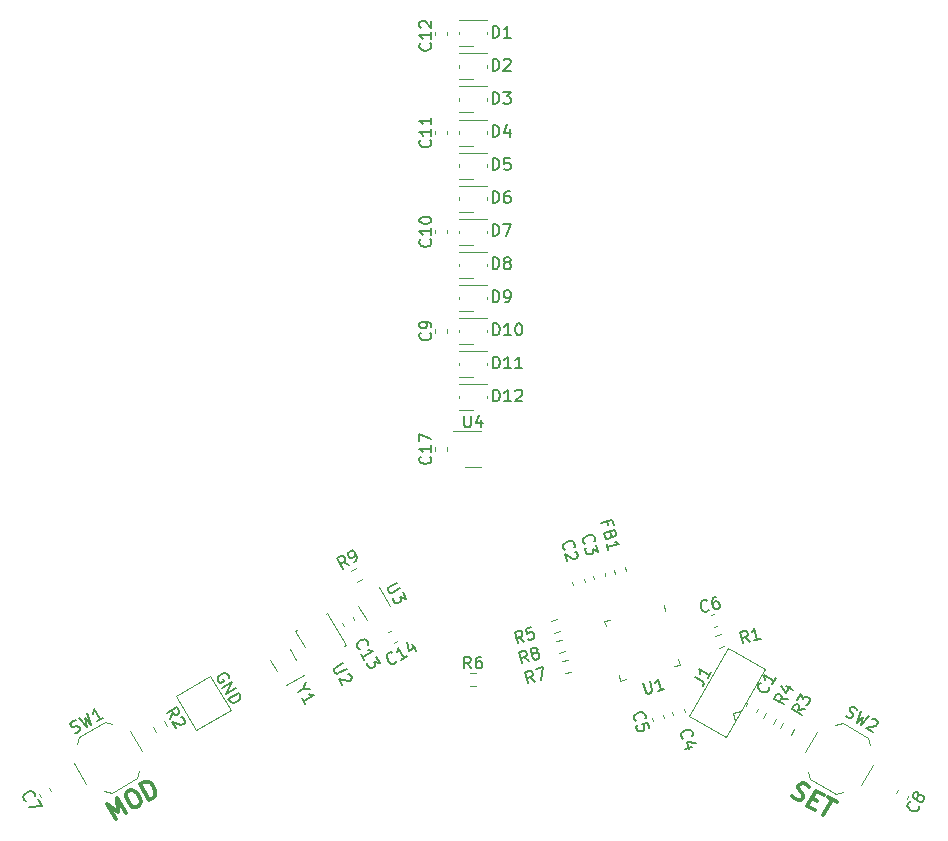
<source format=gbr>
%TF.GenerationSoftware,KiCad,Pcbnew,(7.0.0)*%
%TF.CreationDate,2023-05-06T08:33:59+03:00*%
%TF.ProjectId,LEDSpinner,4c454453-7069-46e6-9e65-722e6b696361,1.0*%
%TF.SameCoordinates,Original*%
%TF.FileFunction,Legend,Top*%
%TF.FilePolarity,Positive*%
%FSLAX46Y46*%
G04 Gerber Fmt 4.6, Leading zero omitted, Abs format (unit mm)*
G04 Created by KiCad (PCBNEW (7.0.0)) date 2023-05-06 08:33:59*
%MOMM*%
%LPD*%
G01*
G04 APERTURE LIST*
%ADD10C,0.300000*%
%ADD11C,0.150000*%
%ADD12C,0.120000*%
G04 APERTURE END LIST*
D10*
X127046364Y-121098302D02*
X127196226Y-121267304D01*
X127196226Y-121267304D02*
X127505521Y-121445875D01*
X127505521Y-121445875D02*
X127664953Y-121455445D01*
X127664953Y-121455445D02*
X127762527Y-121429300D01*
X127762527Y-121429300D02*
X127895814Y-121341297D01*
X127895814Y-121341297D02*
X127967243Y-121217579D01*
X127967243Y-121217579D02*
X127976812Y-121058147D01*
X127976812Y-121058147D02*
X127950668Y-120960573D01*
X127950668Y-120960573D02*
X127862664Y-120827286D01*
X127862664Y-120827286D02*
X127650943Y-120622570D01*
X127650943Y-120622570D02*
X127562939Y-120489282D01*
X127562939Y-120489282D02*
X127536794Y-120391709D01*
X127536794Y-120391709D02*
X127546364Y-120232277D01*
X127546364Y-120232277D02*
X127617792Y-120108559D01*
X127617792Y-120108559D02*
X127751080Y-120020555D01*
X127751080Y-120020555D02*
X127848653Y-119994411D01*
X127848653Y-119994411D02*
X128008085Y-120003980D01*
X128008085Y-120003980D02*
X128317380Y-120182552D01*
X128317380Y-120182552D02*
X128467243Y-120351553D01*
X128702544Y-121229712D02*
X129135557Y-121479712D01*
X128928277Y-122267304D02*
X128309687Y-121910161D01*
X128309687Y-121910161D02*
X129059687Y-120611123D01*
X129059687Y-120611123D02*
X129678277Y-120968266D01*
X130049431Y-121182552D02*
X130791738Y-121611123D01*
X129670585Y-122695875D02*
X130420585Y-121396837D01*
X69746080Y-123038733D02*
X68996080Y-121739695D01*
X68996080Y-121739695D02*
X69964807Y-122417579D01*
X69964807Y-122417579D02*
X69862105Y-121239695D01*
X69862105Y-121239695D02*
X70612105Y-122538733D01*
X70728131Y-120739694D02*
X70975567Y-120596837D01*
X70975567Y-120596837D02*
X71134999Y-120587268D01*
X71134999Y-120587268D02*
X71330146Y-120639557D01*
X71330146Y-120639557D02*
X71534862Y-120851279D01*
X71534862Y-120851279D02*
X71784862Y-121284291D01*
X71784862Y-121284291D02*
X71865860Y-121567441D01*
X71865860Y-121567441D02*
X71813571Y-121762588D01*
X71813571Y-121762588D02*
X71725567Y-121895875D01*
X71725567Y-121895875D02*
X71478131Y-122038732D01*
X71478131Y-122038732D02*
X71318699Y-122048302D01*
X71318699Y-122048302D02*
X71123552Y-121996013D01*
X71123552Y-121996013D02*
X70918836Y-121784291D01*
X70918836Y-121784291D02*
X70668836Y-121351279D01*
X70668836Y-121351279D02*
X70587838Y-121068128D01*
X70587838Y-121068128D02*
X70640127Y-120872982D01*
X70640127Y-120872982D02*
X70728131Y-120739694D01*
X72591593Y-121395875D02*
X71841593Y-120096837D01*
X71841593Y-120096837D02*
X72150887Y-119918266D01*
X72150887Y-119918266D02*
X72372179Y-119872982D01*
X72372179Y-119872982D02*
X72567325Y-119925271D01*
X72567325Y-119925271D02*
X72700613Y-120013275D01*
X72700613Y-120013275D02*
X72905329Y-120224996D01*
X72905329Y-120224996D02*
X73012472Y-120410573D01*
X73012472Y-120410573D02*
X73093470Y-120693723D01*
X73093470Y-120693723D02*
X73103039Y-120853155D01*
X73103039Y-120853155D02*
X73050750Y-121048302D01*
X73050750Y-121048302D02*
X72900887Y-121217304D01*
X72900887Y-121217304D02*
X72591593Y-121395875D01*
D11*
%TO.C,D6*%
X101661905Y-70867380D02*
X101661905Y-69867380D01*
X101661905Y-69867380D02*
X101900000Y-69867380D01*
X101900000Y-69867380D02*
X102042857Y-69915000D01*
X102042857Y-69915000D02*
X102138095Y-70010238D01*
X102138095Y-70010238D02*
X102185714Y-70105476D01*
X102185714Y-70105476D02*
X102233333Y-70295952D01*
X102233333Y-70295952D02*
X102233333Y-70438809D01*
X102233333Y-70438809D02*
X102185714Y-70629285D01*
X102185714Y-70629285D02*
X102138095Y-70724523D01*
X102138095Y-70724523D02*
X102042857Y-70819761D01*
X102042857Y-70819761D02*
X101900000Y-70867380D01*
X101900000Y-70867380D02*
X101661905Y-70867380D01*
X103090476Y-69867380D02*
X102900000Y-69867380D01*
X102900000Y-69867380D02*
X102804762Y-69915000D01*
X102804762Y-69915000D02*
X102757143Y-69962619D01*
X102757143Y-69962619D02*
X102661905Y-70105476D01*
X102661905Y-70105476D02*
X102614286Y-70295952D01*
X102614286Y-70295952D02*
X102614286Y-70676904D01*
X102614286Y-70676904D02*
X102661905Y-70772142D01*
X102661905Y-70772142D02*
X102709524Y-70819761D01*
X102709524Y-70819761D02*
X102804762Y-70867380D01*
X102804762Y-70867380D02*
X102995238Y-70867380D01*
X102995238Y-70867380D02*
X103090476Y-70819761D01*
X103090476Y-70819761D02*
X103138095Y-70772142D01*
X103138095Y-70772142D02*
X103185714Y-70676904D01*
X103185714Y-70676904D02*
X103185714Y-70438809D01*
X103185714Y-70438809D02*
X103138095Y-70343571D01*
X103138095Y-70343571D02*
X103090476Y-70295952D01*
X103090476Y-70295952D02*
X102995238Y-70248333D01*
X102995238Y-70248333D02*
X102804762Y-70248333D01*
X102804762Y-70248333D02*
X102709524Y-70295952D01*
X102709524Y-70295952D02*
X102661905Y-70343571D01*
X102661905Y-70343571D02*
X102614286Y-70438809D01*
%TO.C,R6*%
X99833333Y-110267380D02*
X99500000Y-109791190D01*
X99261905Y-110267380D02*
X99261905Y-109267380D01*
X99261905Y-109267380D02*
X99642857Y-109267380D01*
X99642857Y-109267380D02*
X99738095Y-109315000D01*
X99738095Y-109315000D02*
X99785714Y-109362619D01*
X99785714Y-109362619D02*
X99833333Y-109457857D01*
X99833333Y-109457857D02*
X99833333Y-109600714D01*
X99833333Y-109600714D02*
X99785714Y-109695952D01*
X99785714Y-109695952D02*
X99738095Y-109743571D01*
X99738095Y-109743571D02*
X99642857Y-109791190D01*
X99642857Y-109791190D02*
X99261905Y-109791190D01*
X100690476Y-109267380D02*
X100500000Y-109267380D01*
X100500000Y-109267380D02*
X100404762Y-109315000D01*
X100404762Y-109315000D02*
X100357143Y-109362619D01*
X100357143Y-109362619D02*
X100261905Y-109505476D01*
X100261905Y-109505476D02*
X100214286Y-109695952D01*
X100214286Y-109695952D02*
X100214286Y-110076904D01*
X100214286Y-110076904D02*
X100261905Y-110172142D01*
X100261905Y-110172142D02*
X100309524Y-110219761D01*
X100309524Y-110219761D02*
X100404762Y-110267380D01*
X100404762Y-110267380D02*
X100595238Y-110267380D01*
X100595238Y-110267380D02*
X100690476Y-110219761D01*
X100690476Y-110219761D02*
X100738095Y-110172142D01*
X100738095Y-110172142D02*
X100785714Y-110076904D01*
X100785714Y-110076904D02*
X100785714Y-109838809D01*
X100785714Y-109838809D02*
X100738095Y-109743571D01*
X100738095Y-109743571D02*
X100690476Y-109695952D01*
X100690476Y-109695952D02*
X100595238Y-109648333D01*
X100595238Y-109648333D02*
X100404762Y-109648333D01*
X100404762Y-109648333D02*
X100309524Y-109695952D01*
X100309524Y-109695952D02*
X100261905Y-109743571D01*
X100261905Y-109743571D02*
X100214286Y-109838809D01*
%TO.C,SW2*%
X131560418Y-114262660D02*
X131660327Y-114375328D01*
X131660327Y-114375328D02*
X131866523Y-114494376D01*
X131866523Y-114494376D02*
X131972812Y-114500755D01*
X131972812Y-114500755D02*
X132037860Y-114483325D01*
X132037860Y-114483325D02*
X132126719Y-114424656D01*
X132126719Y-114424656D02*
X132174338Y-114342178D01*
X132174338Y-114342178D02*
X132180717Y-114235890D01*
X132180717Y-114235890D02*
X132163288Y-114170841D01*
X132163288Y-114170841D02*
X132104619Y-114081982D01*
X132104619Y-114081982D02*
X131963471Y-113945505D01*
X131963471Y-113945505D02*
X131904802Y-113856647D01*
X131904802Y-113856647D02*
X131887372Y-113791598D01*
X131887372Y-113791598D02*
X131893752Y-113685310D01*
X131893752Y-113685310D02*
X131941371Y-113602831D01*
X131941371Y-113602831D02*
X132030229Y-113544162D01*
X132030229Y-113544162D02*
X132095278Y-113526732D01*
X132095278Y-113526732D02*
X132201566Y-113533112D01*
X132201566Y-113533112D02*
X132407763Y-113652160D01*
X132407763Y-113652160D02*
X132507671Y-113764828D01*
X132820156Y-113890255D02*
X132526352Y-114875328D01*
X132526352Y-114875328D02*
X133048452Y-114351976D01*
X133048452Y-114351976D02*
X132856267Y-115065804D01*
X132856267Y-115065804D02*
X133562463Y-114318826D01*
X133803519Y-114567972D02*
X133868568Y-114550542D01*
X133868568Y-114550542D02*
X133974856Y-114556922D01*
X133974856Y-114556922D02*
X134181053Y-114675969D01*
X134181053Y-114675969D02*
X134239722Y-114764827D01*
X134239722Y-114764827D02*
X134257152Y-114829876D01*
X134257152Y-114829876D02*
X134250772Y-114936164D01*
X134250772Y-114936164D02*
X134203153Y-115018643D01*
X134203153Y-115018643D02*
X134090485Y-115118551D01*
X134090485Y-115118551D02*
X133309899Y-115327709D01*
X133309899Y-115327709D02*
X133846010Y-115637233D01*
%TO.C,D9*%
X101661905Y-79267380D02*
X101661905Y-78267380D01*
X101661905Y-78267380D02*
X101900000Y-78267380D01*
X101900000Y-78267380D02*
X102042857Y-78315000D01*
X102042857Y-78315000D02*
X102138095Y-78410238D01*
X102138095Y-78410238D02*
X102185714Y-78505476D01*
X102185714Y-78505476D02*
X102233333Y-78695952D01*
X102233333Y-78695952D02*
X102233333Y-78838809D01*
X102233333Y-78838809D02*
X102185714Y-79029285D01*
X102185714Y-79029285D02*
X102138095Y-79124523D01*
X102138095Y-79124523D02*
X102042857Y-79219761D01*
X102042857Y-79219761D02*
X101900000Y-79267380D01*
X101900000Y-79267380D02*
X101661905Y-79267380D01*
X102709524Y-79267380D02*
X102900000Y-79267380D01*
X102900000Y-79267380D02*
X102995238Y-79219761D01*
X102995238Y-79219761D02*
X103042857Y-79172142D01*
X103042857Y-79172142D02*
X103138095Y-79029285D01*
X103138095Y-79029285D02*
X103185714Y-78838809D01*
X103185714Y-78838809D02*
X103185714Y-78457857D01*
X103185714Y-78457857D02*
X103138095Y-78362619D01*
X103138095Y-78362619D02*
X103090476Y-78315000D01*
X103090476Y-78315000D02*
X102995238Y-78267380D01*
X102995238Y-78267380D02*
X102804762Y-78267380D01*
X102804762Y-78267380D02*
X102709524Y-78315000D01*
X102709524Y-78315000D02*
X102661905Y-78362619D01*
X102661905Y-78362619D02*
X102614286Y-78457857D01*
X102614286Y-78457857D02*
X102614286Y-78695952D01*
X102614286Y-78695952D02*
X102661905Y-78791190D01*
X102661905Y-78791190D02*
X102709524Y-78838809D01*
X102709524Y-78838809D02*
X102804762Y-78886428D01*
X102804762Y-78886428D02*
X102995238Y-78886428D01*
X102995238Y-78886428D02*
X103090476Y-78838809D01*
X103090476Y-78838809D02*
X103138095Y-78791190D01*
X103138095Y-78791190D02*
X103185714Y-78695952D01*
%TO.C,GND*%
X79352401Y-111048671D02*
X79346021Y-110942383D01*
X79346021Y-110942383D02*
X79274593Y-110818665D01*
X79274593Y-110818665D02*
X79161925Y-110718757D01*
X79161925Y-110718757D02*
X79031827Y-110683897D01*
X79031827Y-110683897D02*
X78925539Y-110690277D01*
X78925539Y-110690277D02*
X78736773Y-110744276D01*
X78736773Y-110744276D02*
X78613055Y-110815704D01*
X78613055Y-110815704D02*
X78471907Y-110952182D01*
X78471907Y-110952182D02*
X78413238Y-111041040D01*
X78413238Y-111041040D02*
X78378378Y-111171138D01*
X78378378Y-111171138D02*
X78408568Y-111318665D01*
X78408568Y-111318665D02*
X78456187Y-111401144D01*
X78456187Y-111401144D02*
X78568854Y-111501052D01*
X78568854Y-111501052D02*
X78633903Y-111518482D01*
X78633903Y-111518482D02*
X78922578Y-111351815D01*
X78922578Y-111351815D02*
X78827340Y-111186858D01*
X78765710Y-111937255D02*
X79631736Y-111437255D01*
X79631736Y-111437255D02*
X79051425Y-112432126D01*
X79051425Y-112432126D02*
X79917450Y-111932126D01*
X79289520Y-112844519D02*
X80155545Y-112344519D01*
X80155545Y-112344519D02*
X80274593Y-112550716D01*
X80274593Y-112550716D02*
X80304782Y-112698243D01*
X80304782Y-112698243D02*
X80269923Y-112828341D01*
X80269923Y-112828341D02*
X80211254Y-112917199D01*
X80211254Y-112917199D02*
X80070106Y-113053677D01*
X80070106Y-113053677D02*
X79946388Y-113125105D01*
X79946388Y-113125105D02*
X79757621Y-113179104D01*
X79757621Y-113179104D02*
X79651333Y-113185484D01*
X79651333Y-113185484D02*
X79521235Y-113150624D01*
X79521235Y-113150624D02*
X79408568Y-113050716D01*
X79408568Y-113050716D02*
X79289520Y-112844519D01*
%TO.C,C7*%
X62192568Y-121506734D02*
X62127519Y-121489304D01*
X62127519Y-121489304D02*
X62014851Y-121389396D01*
X62014851Y-121389396D02*
X61967232Y-121306917D01*
X61967232Y-121306917D02*
X61937043Y-121159390D01*
X61937043Y-121159390D02*
X61971902Y-121029292D01*
X61971902Y-121029292D02*
X62030571Y-120940434D01*
X62030571Y-120940434D02*
X62171719Y-120803956D01*
X62171719Y-120803956D02*
X62295437Y-120732528D01*
X62295437Y-120732528D02*
X62484204Y-120678529D01*
X62484204Y-120678529D02*
X62590492Y-120672149D01*
X62590492Y-120672149D02*
X62720590Y-120707009D01*
X62720590Y-120707009D02*
X62833257Y-120806917D01*
X62833257Y-120806917D02*
X62880876Y-120889396D01*
X62880876Y-120889396D02*
X62911066Y-121036923D01*
X62911066Y-121036923D02*
X62893636Y-121101972D01*
X63142781Y-121343028D02*
X63476115Y-121920378D01*
X63476115Y-121920378D02*
X62395803Y-122049224D01*
%TO.C,D3*%
X101661905Y-62467380D02*
X101661905Y-61467380D01*
X101661905Y-61467380D02*
X101900000Y-61467380D01*
X101900000Y-61467380D02*
X102042857Y-61515000D01*
X102042857Y-61515000D02*
X102138095Y-61610238D01*
X102138095Y-61610238D02*
X102185714Y-61705476D01*
X102185714Y-61705476D02*
X102233333Y-61895952D01*
X102233333Y-61895952D02*
X102233333Y-62038809D01*
X102233333Y-62038809D02*
X102185714Y-62229285D01*
X102185714Y-62229285D02*
X102138095Y-62324523D01*
X102138095Y-62324523D02*
X102042857Y-62419761D01*
X102042857Y-62419761D02*
X101900000Y-62467380D01*
X101900000Y-62467380D02*
X101661905Y-62467380D01*
X102566667Y-61467380D02*
X103185714Y-61467380D01*
X103185714Y-61467380D02*
X102852381Y-61848333D01*
X102852381Y-61848333D02*
X102995238Y-61848333D01*
X102995238Y-61848333D02*
X103090476Y-61895952D01*
X103090476Y-61895952D02*
X103138095Y-61943571D01*
X103138095Y-61943571D02*
X103185714Y-62038809D01*
X103185714Y-62038809D02*
X103185714Y-62276904D01*
X103185714Y-62276904D02*
X103138095Y-62372142D01*
X103138095Y-62372142D02*
X103090476Y-62419761D01*
X103090476Y-62419761D02*
X102995238Y-62467380D01*
X102995238Y-62467380D02*
X102709524Y-62467380D01*
X102709524Y-62467380D02*
X102614286Y-62419761D01*
X102614286Y-62419761D02*
X102566667Y-62372142D01*
%TO.C,R2*%
X74336921Y-114524353D02*
X74582648Y-113997582D01*
X74051207Y-114029481D02*
X74917232Y-113529481D01*
X74917232Y-113529481D02*
X75107708Y-113859396D01*
X75107708Y-113859396D02*
X75114088Y-113965684D01*
X75114088Y-113965684D02*
X75096658Y-114030733D01*
X75096658Y-114030733D02*
X75037989Y-114119591D01*
X75037989Y-114119591D02*
X74914271Y-114191019D01*
X74914271Y-114191019D02*
X74807983Y-114197399D01*
X74807983Y-114197399D02*
X74742934Y-114179969D01*
X74742934Y-114179969D02*
X74654076Y-114121300D01*
X74654076Y-114121300D02*
X74463600Y-113791386D01*
X75310944Y-114401886D02*
X75375993Y-114419316D01*
X75375993Y-114419316D02*
X75464851Y-114477985D01*
X75464851Y-114477985D02*
X75583899Y-114684182D01*
X75583899Y-114684182D02*
X75590279Y-114790470D01*
X75590279Y-114790470D02*
X75572849Y-114855519D01*
X75572849Y-114855519D02*
X75514180Y-114944377D01*
X75514180Y-114944377D02*
X75431701Y-114991996D01*
X75431701Y-114991996D02*
X75284174Y-115022185D01*
X75284174Y-115022185D02*
X74503588Y-114813028D01*
X74503588Y-114813028D02*
X74813112Y-115349139D01*
%TO.C,D7*%
X101661905Y-73667380D02*
X101661905Y-72667380D01*
X101661905Y-72667380D02*
X101900000Y-72667380D01*
X101900000Y-72667380D02*
X102042857Y-72715000D01*
X102042857Y-72715000D02*
X102138095Y-72810238D01*
X102138095Y-72810238D02*
X102185714Y-72905476D01*
X102185714Y-72905476D02*
X102233333Y-73095952D01*
X102233333Y-73095952D02*
X102233333Y-73238809D01*
X102233333Y-73238809D02*
X102185714Y-73429285D01*
X102185714Y-73429285D02*
X102138095Y-73524523D01*
X102138095Y-73524523D02*
X102042857Y-73619761D01*
X102042857Y-73619761D02*
X101900000Y-73667380D01*
X101900000Y-73667380D02*
X101661905Y-73667380D01*
X102566667Y-72667380D02*
X103233333Y-72667380D01*
X103233333Y-72667380D02*
X102804762Y-73667380D01*
%TO.C,D5*%
X101661905Y-68067380D02*
X101661905Y-67067380D01*
X101661905Y-67067380D02*
X101900000Y-67067380D01*
X101900000Y-67067380D02*
X102042857Y-67115000D01*
X102042857Y-67115000D02*
X102138095Y-67210238D01*
X102138095Y-67210238D02*
X102185714Y-67305476D01*
X102185714Y-67305476D02*
X102233333Y-67495952D01*
X102233333Y-67495952D02*
X102233333Y-67638809D01*
X102233333Y-67638809D02*
X102185714Y-67829285D01*
X102185714Y-67829285D02*
X102138095Y-67924523D01*
X102138095Y-67924523D02*
X102042857Y-68019761D01*
X102042857Y-68019761D02*
X101900000Y-68067380D01*
X101900000Y-68067380D02*
X101661905Y-68067380D01*
X103138095Y-67067380D02*
X102661905Y-67067380D01*
X102661905Y-67067380D02*
X102614286Y-67543571D01*
X102614286Y-67543571D02*
X102661905Y-67495952D01*
X102661905Y-67495952D02*
X102757143Y-67448333D01*
X102757143Y-67448333D02*
X102995238Y-67448333D01*
X102995238Y-67448333D02*
X103090476Y-67495952D01*
X103090476Y-67495952D02*
X103138095Y-67543571D01*
X103138095Y-67543571D02*
X103185714Y-67638809D01*
X103185714Y-67638809D02*
X103185714Y-67876904D01*
X103185714Y-67876904D02*
X103138095Y-67972142D01*
X103138095Y-67972142D02*
X103090476Y-68019761D01*
X103090476Y-68019761D02*
X102995238Y-68067380D01*
X102995238Y-68067380D02*
X102757143Y-68067380D01*
X102757143Y-68067380D02*
X102661905Y-68019761D01*
X102661905Y-68019761D02*
X102614286Y-67972142D01*
%TO.C,D1*%
X101661905Y-56867380D02*
X101661905Y-55867380D01*
X101661905Y-55867380D02*
X101900000Y-55867380D01*
X101900000Y-55867380D02*
X102042857Y-55915000D01*
X102042857Y-55915000D02*
X102138095Y-56010238D01*
X102138095Y-56010238D02*
X102185714Y-56105476D01*
X102185714Y-56105476D02*
X102233333Y-56295952D01*
X102233333Y-56295952D02*
X102233333Y-56438809D01*
X102233333Y-56438809D02*
X102185714Y-56629285D01*
X102185714Y-56629285D02*
X102138095Y-56724523D01*
X102138095Y-56724523D02*
X102042857Y-56819761D01*
X102042857Y-56819761D02*
X101900000Y-56867380D01*
X101900000Y-56867380D02*
X101661905Y-56867380D01*
X103185714Y-56867380D02*
X102614286Y-56867380D01*
X102900000Y-56867380D02*
X102900000Y-55867380D01*
X102900000Y-55867380D02*
X102804762Y-56010238D01*
X102804762Y-56010238D02*
X102709524Y-56105476D01*
X102709524Y-56105476D02*
X102614286Y-56153095D01*
%TO.C,C12*%
X96372142Y-57342857D02*
X96419761Y-57390476D01*
X96419761Y-57390476D02*
X96467380Y-57533333D01*
X96467380Y-57533333D02*
X96467380Y-57628571D01*
X96467380Y-57628571D02*
X96419761Y-57771428D01*
X96419761Y-57771428D02*
X96324523Y-57866666D01*
X96324523Y-57866666D02*
X96229285Y-57914285D01*
X96229285Y-57914285D02*
X96038809Y-57961904D01*
X96038809Y-57961904D02*
X95895952Y-57961904D01*
X95895952Y-57961904D02*
X95705476Y-57914285D01*
X95705476Y-57914285D02*
X95610238Y-57866666D01*
X95610238Y-57866666D02*
X95515000Y-57771428D01*
X95515000Y-57771428D02*
X95467380Y-57628571D01*
X95467380Y-57628571D02*
X95467380Y-57533333D01*
X95467380Y-57533333D02*
X95515000Y-57390476D01*
X95515000Y-57390476D02*
X95562619Y-57342857D01*
X96467380Y-56390476D02*
X96467380Y-56961904D01*
X96467380Y-56676190D02*
X95467380Y-56676190D01*
X95467380Y-56676190D02*
X95610238Y-56771428D01*
X95610238Y-56771428D02*
X95705476Y-56866666D01*
X95705476Y-56866666D02*
X95753095Y-56961904D01*
X95562619Y-56009523D02*
X95515000Y-55961904D01*
X95515000Y-55961904D02*
X95467380Y-55866666D01*
X95467380Y-55866666D02*
X95467380Y-55628571D01*
X95467380Y-55628571D02*
X95515000Y-55533333D01*
X95515000Y-55533333D02*
X95562619Y-55485714D01*
X95562619Y-55485714D02*
X95657857Y-55438095D01*
X95657857Y-55438095D02*
X95753095Y-55438095D01*
X95753095Y-55438095D02*
X95895952Y-55485714D01*
X95895952Y-55485714D02*
X96467380Y-56057142D01*
X96467380Y-56057142D02*
X96467380Y-55438095D01*
%TO.C,R4*%
X126634828Y-112828027D02*
X126055768Y-112878607D01*
X126349113Y-113322899D02*
X125483088Y-112822899D01*
X125483088Y-112822899D02*
X125673564Y-112492984D01*
X125673564Y-112492984D02*
X125762422Y-112434315D01*
X125762422Y-112434315D02*
X125827471Y-112416885D01*
X125827471Y-112416885D02*
X125933759Y-112423265D01*
X125933759Y-112423265D02*
X126057477Y-112494694D01*
X126057477Y-112494694D02*
X126116146Y-112583552D01*
X126116146Y-112583552D02*
X126133576Y-112648601D01*
X126133576Y-112648601D02*
X126127196Y-112754889D01*
X126127196Y-112754889D02*
X125936720Y-113084804D01*
X126486049Y-111752386D02*
X127063399Y-112085720D01*
X126037087Y-111768107D02*
X126536629Y-112331446D01*
X126536629Y-112331446D02*
X126846153Y-111795335D01*
%TO.C,R7*%
X105236456Y-111387185D02*
X104791233Y-111013493D01*
X104684498Y-111535081D02*
X104425679Y-110569155D01*
X104425679Y-110569155D02*
X104793651Y-110470558D01*
X104793651Y-110470558D02*
X104897968Y-110491905D01*
X104897968Y-110491905D02*
X104956289Y-110525576D01*
X104956289Y-110525576D02*
X105026935Y-110605245D01*
X105026935Y-110605245D02*
X105063909Y-110743234D01*
X105063909Y-110743234D02*
X105042562Y-110847552D01*
X105042562Y-110847552D02*
X105008891Y-110905873D01*
X105008891Y-110905873D02*
X104929222Y-110976519D01*
X104929222Y-110976519D02*
X104561251Y-111075117D01*
X105299612Y-110334986D02*
X105943562Y-110162440D01*
X105943562Y-110162440D02*
X105788413Y-111239288D01*
%TO.C,C4*%
X117793993Y-116209448D02*
X117735672Y-116175776D01*
X117735672Y-116175776D02*
X117652702Y-116050112D01*
X117652702Y-116050112D02*
X117628052Y-115958119D01*
X117628052Y-115958119D02*
X117637074Y-115807805D01*
X117637074Y-115807805D02*
X117704418Y-115691162D01*
X117704418Y-115691162D02*
X117784086Y-115620516D01*
X117784086Y-115620516D02*
X117955747Y-115525221D01*
X117955747Y-115525221D02*
X118093737Y-115488247D01*
X118093737Y-115488247D02*
X118290047Y-115484944D01*
X118290047Y-115484944D02*
X118394365Y-115506291D01*
X118394365Y-115506291D02*
X118511007Y-115573635D01*
X118511007Y-115573635D02*
X118593978Y-115699300D01*
X118593978Y-115699300D02*
X118618627Y-115791293D01*
X118618627Y-115791293D02*
X118609605Y-115941607D01*
X118609605Y-115941607D02*
X118575933Y-115999928D01*
X118567796Y-116889488D02*
X117923845Y-117062034D01*
X118874144Y-116560908D02*
X118122573Y-116515796D01*
X118122573Y-116515796D02*
X118282795Y-117113750D01*
%TO.C,J1*%
X118785469Y-110972364D02*
X119404058Y-111329507D01*
X119404058Y-111329507D02*
X119503967Y-111442175D01*
X119503967Y-111442175D02*
X119538826Y-111572273D01*
X119538826Y-111572273D02*
X119508637Y-111719800D01*
X119508637Y-111719800D02*
X119461018Y-111802279D01*
X120151494Y-110606339D02*
X119865780Y-111101210D01*
X120008637Y-110853774D02*
X119142612Y-110353774D01*
X119142612Y-110353774D02*
X119218710Y-110507682D01*
X119218710Y-110507682D02*
X119253570Y-110637779D01*
X119253570Y-110637779D02*
X119247190Y-110744067D01*
%TO.C,C3*%
X109491635Y-99720263D02*
X109433314Y-99686591D01*
X109433314Y-99686591D02*
X109350344Y-99560927D01*
X109350344Y-99560927D02*
X109325694Y-99468934D01*
X109325694Y-99468934D02*
X109334716Y-99318620D01*
X109334716Y-99318620D02*
X109402060Y-99201977D01*
X109402060Y-99201977D02*
X109481728Y-99131331D01*
X109481728Y-99131331D02*
X109653389Y-99036036D01*
X109653389Y-99036036D02*
X109791379Y-98999062D01*
X109791379Y-98999062D02*
X109987689Y-98995759D01*
X109987689Y-98995759D02*
X110092007Y-99017106D01*
X110092007Y-99017106D02*
X110208649Y-99084450D01*
X110208649Y-99084450D02*
X110291620Y-99210115D01*
X110291620Y-99210115D02*
X110316269Y-99302108D01*
X110316269Y-99302108D02*
X110307247Y-99452422D01*
X110307247Y-99452422D02*
X110273575Y-99510743D01*
X110451841Y-99808069D02*
X110612063Y-100406023D01*
X110612063Y-100406023D02*
X110157818Y-100182645D01*
X110157818Y-100182645D02*
X110194792Y-100320635D01*
X110194792Y-100320635D02*
X110173445Y-100424952D01*
X110173445Y-100424952D02*
X110139773Y-100483274D01*
X110139773Y-100483274D02*
X110060105Y-100553919D01*
X110060105Y-100553919D02*
X109830123Y-100615543D01*
X109830123Y-100615543D02*
X109725805Y-100594196D01*
X109725805Y-100594196D02*
X109667484Y-100560524D01*
X109667484Y-100560524D02*
X109596838Y-100480856D01*
X109596838Y-100480856D02*
X109522890Y-100204877D01*
X109522890Y-100204877D02*
X109544237Y-100100560D01*
X109544237Y-100100560D02*
X109577908Y-100042238D01*
%TO.C,R1*%
X123434098Y-107997999D02*
X122988875Y-107624307D01*
X122882140Y-108145895D02*
X122623321Y-107179969D01*
X122623321Y-107179969D02*
X122991293Y-107081372D01*
X122991293Y-107081372D02*
X123095610Y-107102719D01*
X123095610Y-107102719D02*
X123153931Y-107136390D01*
X123153931Y-107136390D02*
X123224577Y-107216059D01*
X123224577Y-107216059D02*
X123261551Y-107354048D01*
X123261551Y-107354048D02*
X123240204Y-107458366D01*
X123240204Y-107458366D02*
X123206533Y-107516687D01*
X123206533Y-107516687D02*
X123126864Y-107587333D01*
X123126864Y-107587333D02*
X122758893Y-107685931D01*
X124354027Y-107751504D02*
X123802069Y-107899401D01*
X124078048Y-107825453D02*
X123819229Y-106859527D01*
X123819229Y-106859527D02*
X123764210Y-107022166D01*
X123764210Y-107022166D02*
X123696867Y-107138808D01*
X123696867Y-107138808D02*
X123617199Y-107209454D01*
%TO.C,C17*%
X96372142Y-92342857D02*
X96419761Y-92390476D01*
X96419761Y-92390476D02*
X96467380Y-92533333D01*
X96467380Y-92533333D02*
X96467380Y-92628571D01*
X96467380Y-92628571D02*
X96419761Y-92771428D01*
X96419761Y-92771428D02*
X96324523Y-92866666D01*
X96324523Y-92866666D02*
X96229285Y-92914285D01*
X96229285Y-92914285D02*
X96038809Y-92961904D01*
X96038809Y-92961904D02*
X95895952Y-92961904D01*
X95895952Y-92961904D02*
X95705476Y-92914285D01*
X95705476Y-92914285D02*
X95610238Y-92866666D01*
X95610238Y-92866666D02*
X95515000Y-92771428D01*
X95515000Y-92771428D02*
X95467380Y-92628571D01*
X95467380Y-92628571D02*
X95467380Y-92533333D01*
X95467380Y-92533333D02*
X95515000Y-92390476D01*
X95515000Y-92390476D02*
X95562619Y-92342857D01*
X96467380Y-91390476D02*
X96467380Y-91961904D01*
X96467380Y-91676190D02*
X95467380Y-91676190D01*
X95467380Y-91676190D02*
X95610238Y-91771428D01*
X95610238Y-91771428D02*
X95705476Y-91866666D01*
X95705476Y-91866666D02*
X95753095Y-91961904D01*
X95467380Y-91057142D02*
X95467380Y-90390476D01*
X95467380Y-90390476D02*
X96467380Y-90819047D01*
%TO.C,Y1*%
X85612594Y-112013041D02*
X85200201Y-112251136D01*
X85899560Y-111462461D02*
X85612594Y-112013041D01*
X85612594Y-112013041D02*
X86232893Y-112039811D01*
X85795439Y-113282119D02*
X85509725Y-112787247D01*
X85652582Y-113034683D02*
X86518607Y-112534683D01*
X86518607Y-112534683D02*
X86347270Y-112523633D01*
X86347270Y-112523633D02*
X86217173Y-112488773D01*
X86217173Y-112488773D02*
X86128314Y-112430104D01*
%TO.C,D11*%
X101685714Y-84867380D02*
X101685714Y-83867380D01*
X101685714Y-83867380D02*
X101923809Y-83867380D01*
X101923809Y-83867380D02*
X102066666Y-83915000D01*
X102066666Y-83915000D02*
X102161904Y-84010238D01*
X102161904Y-84010238D02*
X102209523Y-84105476D01*
X102209523Y-84105476D02*
X102257142Y-84295952D01*
X102257142Y-84295952D02*
X102257142Y-84438809D01*
X102257142Y-84438809D02*
X102209523Y-84629285D01*
X102209523Y-84629285D02*
X102161904Y-84724523D01*
X102161904Y-84724523D02*
X102066666Y-84819761D01*
X102066666Y-84819761D02*
X101923809Y-84867380D01*
X101923809Y-84867380D02*
X101685714Y-84867380D01*
X103209523Y-84867380D02*
X102638095Y-84867380D01*
X102923809Y-84867380D02*
X102923809Y-83867380D01*
X102923809Y-83867380D02*
X102828571Y-84010238D01*
X102828571Y-84010238D02*
X102733333Y-84105476D01*
X102733333Y-84105476D02*
X102638095Y-84153095D01*
X104161904Y-84867380D02*
X103590476Y-84867380D01*
X103876190Y-84867380D02*
X103876190Y-83867380D01*
X103876190Y-83867380D02*
X103780952Y-84010238D01*
X103780952Y-84010238D02*
X103685714Y-84105476D01*
X103685714Y-84105476D02*
X103590476Y-84153095D01*
%TO.C,C5*%
X113793993Y-114709448D02*
X113735672Y-114675776D01*
X113735672Y-114675776D02*
X113652702Y-114550112D01*
X113652702Y-114550112D02*
X113628052Y-114458119D01*
X113628052Y-114458119D02*
X113637074Y-114307805D01*
X113637074Y-114307805D02*
X113704418Y-114191162D01*
X113704418Y-114191162D02*
X113784086Y-114120516D01*
X113784086Y-114120516D02*
X113955747Y-114025221D01*
X113955747Y-114025221D02*
X114093737Y-113988247D01*
X114093737Y-113988247D02*
X114290047Y-113984944D01*
X114290047Y-113984944D02*
X114394365Y-114006291D01*
X114394365Y-114006291D02*
X114511007Y-114073635D01*
X114511007Y-114073635D02*
X114593978Y-114199300D01*
X114593978Y-114199300D02*
X114618627Y-114291293D01*
X114618627Y-114291293D02*
X114609605Y-114441607D01*
X114609605Y-114441607D02*
X114575933Y-114499928D01*
X114902096Y-115349211D02*
X114778849Y-114889247D01*
X114778849Y-114889247D02*
X114306559Y-114966497D01*
X114306559Y-114966497D02*
X114364880Y-115000169D01*
X114364880Y-115000169D02*
X114435526Y-115079837D01*
X114435526Y-115079837D02*
X114497150Y-115309820D01*
X114497150Y-115309820D02*
X114475803Y-115414137D01*
X114475803Y-115414137D02*
X114442131Y-115472459D01*
X114442131Y-115472459D02*
X114362463Y-115543104D01*
X114362463Y-115543104D02*
X114132481Y-115604728D01*
X114132481Y-115604728D02*
X114028163Y-115583381D01*
X114028163Y-115583381D02*
X113969842Y-115549709D01*
X113969842Y-115549709D02*
X113899196Y-115470041D01*
X113899196Y-115470041D02*
X113837572Y-115240059D01*
X113837572Y-115240059D02*
X113858919Y-115135741D01*
X113858919Y-115135741D02*
X113892591Y-115077420D01*
%TO.C,D12*%
X101685714Y-87667380D02*
X101685714Y-86667380D01*
X101685714Y-86667380D02*
X101923809Y-86667380D01*
X101923809Y-86667380D02*
X102066666Y-86715000D01*
X102066666Y-86715000D02*
X102161904Y-86810238D01*
X102161904Y-86810238D02*
X102209523Y-86905476D01*
X102209523Y-86905476D02*
X102257142Y-87095952D01*
X102257142Y-87095952D02*
X102257142Y-87238809D01*
X102257142Y-87238809D02*
X102209523Y-87429285D01*
X102209523Y-87429285D02*
X102161904Y-87524523D01*
X102161904Y-87524523D02*
X102066666Y-87619761D01*
X102066666Y-87619761D02*
X101923809Y-87667380D01*
X101923809Y-87667380D02*
X101685714Y-87667380D01*
X103209523Y-87667380D02*
X102638095Y-87667380D01*
X102923809Y-87667380D02*
X102923809Y-86667380D01*
X102923809Y-86667380D02*
X102828571Y-86810238D01*
X102828571Y-86810238D02*
X102733333Y-86905476D01*
X102733333Y-86905476D02*
X102638095Y-86953095D01*
X103590476Y-86762619D02*
X103638095Y-86715000D01*
X103638095Y-86715000D02*
X103733333Y-86667380D01*
X103733333Y-86667380D02*
X103971428Y-86667380D01*
X103971428Y-86667380D02*
X104066666Y-86715000D01*
X104066666Y-86715000D02*
X104114285Y-86762619D01*
X104114285Y-86762619D02*
X104161904Y-86857857D01*
X104161904Y-86857857D02*
X104161904Y-86953095D01*
X104161904Y-86953095D02*
X104114285Y-87095952D01*
X104114285Y-87095952D02*
X103542857Y-87667380D01*
X103542857Y-87667380D02*
X104161904Y-87667380D01*
%TO.C,U2*%
X89023369Y-109803700D02*
X88322301Y-110208462D01*
X88322301Y-110208462D02*
X88263632Y-110297320D01*
X88263632Y-110297320D02*
X88246202Y-110362369D01*
X88246202Y-110362369D02*
X88252582Y-110468657D01*
X88252582Y-110468657D02*
X88347820Y-110633615D01*
X88347820Y-110633615D02*
X88436678Y-110692284D01*
X88436678Y-110692284D02*
X88501727Y-110709713D01*
X88501727Y-110709713D02*
X88608015Y-110703334D01*
X88608015Y-110703334D02*
X89309084Y-110298572D01*
X89440891Y-110717345D02*
X89505939Y-110734774D01*
X89505939Y-110734774D02*
X89594798Y-110793443D01*
X89594798Y-110793443D02*
X89713845Y-110999640D01*
X89713845Y-110999640D02*
X89720225Y-111105928D01*
X89720225Y-111105928D02*
X89702795Y-111170977D01*
X89702795Y-111170977D02*
X89644126Y-111259835D01*
X89644126Y-111259835D02*
X89561648Y-111307454D01*
X89561648Y-111307454D02*
X89414120Y-111337644D01*
X89414120Y-111337644D02*
X88633534Y-111128486D01*
X88633534Y-111128486D02*
X88943058Y-111664597D01*
%TO.C,R9*%
X89480811Y-101542917D02*
X88954040Y-101297190D01*
X88985939Y-101828631D02*
X88485939Y-100962606D01*
X88485939Y-100962606D02*
X88815854Y-100772130D01*
X88815854Y-100772130D02*
X88922142Y-100765750D01*
X88922142Y-100765750D02*
X88987191Y-100783180D01*
X88987191Y-100783180D02*
X89076049Y-100841849D01*
X89076049Y-100841849D02*
X89147477Y-100965567D01*
X89147477Y-100965567D02*
X89153857Y-101071855D01*
X89153857Y-101071855D02*
X89136427Y-101136904D01*
X89136427Y-101136904D02*
X89077758Y-101225762D01*
X89077758Y-101225762D02*
X88747844Y-101416238D01*
X89893204Y-101304822D02*
X90058161Y-101209583D01*
X90058161Y-101209583D02*
X90116830Y-101120725D01*
X90116830Y-101120725D02*
X90134260Y-101055676D01*
X90134260Y-101055676D02*
X90145310Y-100884339D01*
X90145310Y-100884339D02*
X90091311Y-100695573D01*
X90091311Y-100695573D02*
X89900835Y-100365658D01*
X89900835Y-100365658D02*
X89811977Y-100306989D01*
X89811977Y-100306989D02*
X89746928Y-100289559D01*
X89746928Y-100289559D02*
X89640640Y-100295939D01*
X89640640Y-100295939D02*
X89475682Y-100391177D01*
X89475682Y-100391177D02*
X89417013Y-100480035D01*
X89417013Y-100480035D02*
X89399584Y-100545084D01*
X89399584Y-100545084D02*
X89405963Y-100651372D01*
X89405963Y-100651372D02*
X89525011Y-100857569D01*
X89525011Y-100857569D02*
X89613869Y-100916238D01*
X89613869Y-100916238D02*
X89678918Y-100933668D01*
X89678918Y-100933668D02*
X89785206Y-100927288D01*
X89785206Y-100927288D02*
X89950164Y-100832050D01*
X89950164Y-100832050D02*
X90008833Y-100743192D01*
X90008833Y-100743192D02*
X90026262Y-100678143D01*
X90026262Y-100678143D02*
X90019883Y-100571855D01*
%TO.C,C13*%
X90399346Y-108659179D02*
X90334297Y-108641749D01*
X90334297Y-108641749D02*
X90221630Y-108541841D01*
X90221630Y-108541841D02*
X90174011Y-108459362D01*
X90174011Y-108459362D02*
X90143821Y-108311835D01*
X90143821Y-108311835D02*
X90178681Y-108181737D01*
X90178681Y-108181737D02*
X90237350Y-108092879D01*
X90237350Y-108092879D02*
X90378498Y-107956402D01*
X90378498Y-107956402D02*
X90502216Y-107884973D01*
X90502216Y-107884973D02*
X90690982Y-107830974D01*
X90690982Y-107830974D02*
X90797270Y-107824595D01*
X90797270Y-107824595D02*
X90927368Y-107859454D01*
X90927368Y-107859454D02*
X91040036Y-107959362D01*
X91040036Y-107959362D02*
X91087655Y-108041841D01*
X91087655Y-108041841D02*
X91117844Y-108189369D01*
X91117844Y-108189369D02*
X91100414Y-108254417D01*
X90793058Y-109531584D02*
X90507344Y-109036713D01*
X90650201Y-109284149D02*
X91516226Y-108784149D01*
X91516226Y-108784149D02*
X91344889Y-108773099D01*
X91344889Y-108773099D02*
X91214792Y-108738239D01*
X91214792Y-108738239D02*
X91125933Y-108679570D01*
X91825750Y-109320260D02*
X92135274Y-109856371D01*
X92135274Y-109856371D02*
X91638693Y-109758172D01*
X91638693Y-109758172D02*
X91710122Y-109881890D01*
X91710122Y-109881890D02*
X91716501Y-109988178D01*
X91716501Y-109988178D02*
X91699071Y-110053226D01*
X91699071Y-110053226D02*
X91640402Y-110142085D01*
X91640402Y-110142085D02*
X91434206Y-110261132D01*
X91434206Y-110261132D02*
X91327918Y-110267512D01*
X91327918Y-110267512D02*
X91262869Y-110250082D01*
X91262869Y-110250082D02*
X91174011Y-110191413D01*
X91174011Y-110191413D02*
X91031153Y-109943978D01*
X91031153Y-109943978D02*
X91024774Y-109837689D01*
X91024774Y-109837689D02*
X91042203Y-109772641D01*
%TO.C,D8*%
X101661905Y-76467380D02*
X101661905Y-75467380D01*
X101661905Y-75467380D02*
X101900000Y-75467380D01*
X101900000Y-75467380D02*
X102042857Y-75515000D01*
X102042857Y-75515000D02*
X102138095Y-75610238D01*
X102138095Y-75610238D02*
X102185714Y-75705476D01*
X102185714Y-75705476D02*
X102233333Y-75895952D01*
X102233333Y-75895952D02*
X102233333Y-76038809D01*
X102233333Y-76038809D02*
X102185714Y-76229285D01*
X102185714Y-76229285D02*
X102138095Y-76324523D01*
X102138095Y-76324523D02*
X102042857Y-76419761D01*
X102042857Y-76419761D02*
X101900000Y-76467380D01*
X101900000Y-76467380D02*
X101661905Y-76467380D01*
X102804762Y-75895952D02*
X102709524Y-75848333D01*
X102709524Y-75848333D02*
X102661905Y-75800714D01*
X102661905Y-75800714D02*
X102614286Y-75705476D01*
X102614286Y-75705476D02*
X102614286Y-75657857D01*
X102614286Y-75657857D02*
X102661905Y-75562619D01*
X102661905Y-75562619D02*
X102709524Y-75515000D01*
X102709524Y-75515000D02*
X102804762Y-75467380D01*
X102804762Y-75467380D02*
X102995238Y-75467380D01*
X102995238Y-75467380D02*
X103090476Y-75515000D01*
X103090476Y-75515000D02*
X103138095Y-75562619D01*
X103138095Y-75562619D02*
X103185714Y-75657857D01*
X103185714Y-75657857D02*
X103185714Y-75705476D01*
X103185714Y-75705476D02*
X103138095Y-75800714D01*
X103138095Y-75800714D02*
X103090476Y-75848333D01*
X103090476Y-75848333D02*
X102995238Y-75895952D01*
X102995238Y-75895952D02*
X102804762Y-75895952D01*
X102804762Y-75895952D02*
X102709524Y-75943571D01*
X102709524Y-75943571D02*
X102661905Y-75991190D01*
X102661905Y-75991190D02*
X102614286Y-76086428D01*
X102614286Y-76086428D02*
X102614286Y-76276904D01*
X102614286Y-76276904D02*
X102661905Y-76372142D01*
X102661905Y-76372142D02*
X102709524Y-76419761D01*
X102709524Y-76419761D02*
X102804762Y-76467380D01*
X102804762Y-76467380D02*
X102995238Y-76467380D01*
X102995238Y-76467380D02*
X103090476Y-76419761D01*
X103090476Y-76419761D02*
X103138095Y-76372142D01*
X103138095Y-76372142D02*
X103185714Y-76276904D01*
X103185714Y-76276904D02*
X103185714Y-76086428D01*
X103185714Y-76086428D02*
X103138095Y-75991190D01*
X103138095Y-75991190D02*
X103090476Y-75943571D01*
X103090476Y-75943571D02*
X102995238Y-75895952D01*
%TO.C,R5*%
X104334098Y-107997999D02*
X103888875Y-107624307D01*
X103782140Y-108145895D02*
X103523321Y-107179969D01*
X103523321Y-107179969D02*
X103891293Y-107081372D01*
X103891293Y-107081372D02*
X103995610Y-107102719D01*
X103995610Y-107102719D02*
X104053931Y-107136390D01*
X104053931Y-107136390D02*
X104124577Y-107216059D01*
X104124577Y-107216059D02*
X104161551Y-107354048D01*
X104161551Y-107354048D02*
X104140204Y-107458366D01*
X104140204Y-107458366D02*
X104106533Y-107516687D01*
X104106533Y-107516687D02*
X104026864Y-107587333D01*
X104026864Y-107587333D02*
X103658893Y-107685931D01*
X104949211Y-106797903D02*
X104489247Y-106921150D01*
X104489247Y-106921150D02*
X104566497Y-107393440D01*
X104566497Y-107393440D02*
X104600169Y-107335119D01*
X104600169Y-107335119D02*
X104679837Y-107264473D01*
X104679837Y-107264473D02*
X104909820Y-107202849D01*
X104909820Y-107202849D02*
X105014137Y-107224196D01*
X105014137Y-107224196D02*
X105072459Y-107257868D01*
X105072459Y-107257868D02*
X105143104Y-107337536D01*
X105143104Y-107337536D02*
X105204728Y-107567518D01*
X105204728Y-107567518D02*
X105183381Y-107671836D01*
X105183381Y-107671836D02*
X105149709Y-107730157D01*
X105149709Y-107730157D02*
X105070041Y-107800803D01*
X105070041Y-107800803D02*
X104840059Y-107862427D01*
X104840059Y-107862427D02*
X104735741Y-107841080D01*
X104735741Y-107841080D02*
X104677420Y-107807408D01*
%TO.C,C11*%
X96372142Y-65542857D02*
X96419761Y-65590476D01*
X96419761Y-65590476D02*
X96467380Y-65733333D01*
X96467380Y-65733333D02*
X96467380Y-65828571D01*
X96467380Y-65828571D02*
X96419761Y-65971428D01*
X96419761Y-65971428D02*
X96324523Y-66066666D01*
X96324523Y-66066666D02*
X96229285Y-66114285D01*
X96229285Y-66114285D02*
X96038809Y-66161904D01*
X96038809Y-66161904D02*
X95895952Y-66161904D01*
X95895952Y-66161904D02*
X95705476Y-66114285D01*
X95705476Y-66114285D02*
X95610238Y-66066666D01*
X95610238Y-66066666D02*
X95515000Y-65971428D01*
X95515000Y-65971428D02*
X95467380Y-65828571D01*
X95467380Y-65828571D02*
X95467380Y-65733333D01*
X95467380Y-65733333D02*
X95515000Y-65590476D01*
X95515000Y-65590476D02*
X95562619Y-65542857D01*
X96467380Y-64590476D02*
X96467380Y-65161904D01*
X96467380Y-64876190D02*
X95467380Y-64876190D01*
X95467380Y-64876190D02*
X95610238Y-64971428D01*
X95610238Y-64971428D02*
X95705476Y-65066666D01*
X95705476Y-65066666D02*
X95753095Y-65161904D01*
X96467380Y-63638095D02*
X96467380Y-64209523D01*
X96467380Y-63923809D02*
X95467380Y-63923809D01*
X95467380Y-63923809D02*
X95610238Y-64019047D01*
X95610238Y-64019047D02*
X95705476Y-64114285D01*
X95705476Y-64114285D02*
X95753095Y-64209523D01*
%TO.C,D4*%
X101661905Y-65267380D02*
X101661905Y-64267380D01*
X101661905Y-64267380D02*
X101900000Y-64267380D01*
X101900000Y-64267380D02*
X102042857Y-64315000D01*
X102042857Y-64315000D02*
X102138095Y-64410238D01*
X102138095Y-64410238D02*
X102185714Y-64505476D01*
X102185714Y-64505476D02*
X102233333Y-64695952D01*
X102233333Y-64695952D02*
X102233333Y-64838809D01*
X102233333Y-64838809D02*
X102185714Y-65029285D01*
X102185714Y-65029285D02*
X102138095Y-65124523D01*
X102138095Y-65124523D02*
X102042857Y-65219761D01*
X102042857Y-65219761D02*
X101900000Y-65267380D01*
X101900000Y-65267380D02*
X101661905Y-65267380D01*
X103090476Y-64600714D02*
X103090476Y-65267380D01*
X102852381Y-64219761D02*
X102614286Y-64934047D01*
X102614286Y-64934047D02*
X103233333Y-64934047D01*
%TO.C,D2*%
X101661905Y-59667380D02*
X101661905Y-58667380D01*
X101661905Y-58667380D02*
X101900000Y-58667380D01*
X101900000Y-58667380D02*
X102042857Y-58715000D01*
X102042857Y-58715000D02*
X102138095Y-58810238D01*
X102138095Y-58810238D02*
X102185714Y-58905476D01*
X102185714Y-58905476D02*
X102233333Y-59095952D01*
X102233333Y-59095952D02*
X102233333Y-59238809D01*
X102233333Y-59238809D02*
X102185714Y-59429285D01*
X102185714Y-59429285D02*
X102138095Y-59524523D01*
X102138095Y-59524523D02*
X102042857Y-59619761D01*
X102042857Y-59619761D02*
X101900000Y-59667380D01*
X101900000Y-59667380D02*
X101661905Y-59667380D01*
X102614286Y-58762619D02*
X102661905Y-58715000D01*
X102661905Y-58715000D02*
X102757143Y-58667380D01*
X102757143Y-58667380D02*
X102995238Y-58667380D01*
X102995238Y-58667380D02*
X103090476Y-58715000D01*
X103090476Y-58715000D02*
X103138095Y-58762619D01*
X103138095Y-58762619D02*
X103185714Y-58857857D01*
X103185714Y-58857857D02*
X103185714Y-58953095D01*
X103185714Y-58953095D02*
X103138095Y-59095952D01*
X103138095Y-59095952D02*
X102566667Y-59667380D01*
X102566667Y-59667380D02*
X103185714Y-59667380D01*
%TO.C,C2*%
X107791635Y-100220263D02*
X107733314Y-100186591D01*
X107733314Y-100186591D02*
X107650344Y-100060927D01*
X107650344Y-100060927D02*
X107625694Y-99968934D01*
X107625694Y-99968934D02*
X107634716Y-99818620D01*
X107634716Y-99818620D02*
X107702060Y-99701977D01*
X107702060Y-99701977D02*
X107781728Y-99631331D01*
X107781728Y-99631331D02*
X107953389Y-99536036D01*
X107953389Y-99536036D02*
X108091379Y-99499062D01*
X108091379Y-99499062D02*
X108287689Y-99495759D01*
X108287689Y-99495759D02*
X108392007Y-99517106D01*
X108392007Y-99517106D02*
X108508649Y-99584450D01*
X108508649Y-99584450D02*
X108591620Y-99710115D01*
X108591620Y-99710115D02*
X108616269Y-99802108D01*
X108616269Y-99802108D02*
X108607247Y-99952422D01*
X108607247Y-99952422D02*
X108573575Y-100010743D01*
X108672173Y-100378715D02*
X108730494Y-100412386D01*
X108730494Y-100412386D02*
X108801140Y-100492055D01*
X108801140Y-100492055D02*
X108862764Y-100722037D01*
X108862764Y-100722037D02*
X108841417Y-100826355D01*
X108841417Y-100826355D02*
X108807745Y-100884676D01*
X108807745Y-100884676D02*
X108728077Y-100955322D01*
X108728077Y-100955322D02*
X108636084Y-100979971D01*
X108636084Y-100979971D02*
X108485770Y-100970949D01*
X108485770Y-100970949D02*
X107785915Y-100566888D01*
X107785915Y-100566888D02*
X107946137Y-101164842D01*
%TO.C,C9*%
X96372142Y-81866666D02*
X96419761Y-81914285D01*
X96419761Y-81914285D02*
X96467380Y-82057142D01*
X96467380Y-82057142D02*
X96467380Y-82152380D01*
X96467380Y-82152380D02*
X96419761Y-82295237D01*
X96419761Y-82295237D02*
X96324523Y-82390475D01*
X96324523Y-82390475D02*
X96229285Y-82438094D01*
X96229285Y-82438094D02*
X96038809Y-82485713D01*
X96038809Y-82485713D02*
X95895952Y-82485713D01*
X95895952Y-82485713D02*
X95705476Y-82438094D01*
X95705476Y-82438094D02*
X95610238Y-82390475D01*
X95610238Y-82390475D02*
X95515000Y-82295237D01*
X95515000Y-82295237D02*
X95467380Y-82152380D01*
X95467380Y-82152380D02*
X95467380Y-82057142D01*
X95467380Y-82057142D02*
X95515000Y-81914285D01*
X95515000Y-81914285D02*
X95562619Y-81866666D01*
X96467380Y-81390475D02*
X96467380Y-81199999D01*
X96467380Y-81199999D02*
X96419761Y-81104761D01*
X96419761Y-81104761D02*
X96372142Y-81057142D01*
X96372142Y-81057142D02*
X96229285Y-80961904D01*
X96229285Y-80961904D02*
X96038809Y-80914285D01*
X96038809Y-80914285D02*
X95657857Y-80914285D01*
X95657857Y-80914285D02*
X95562619Y-80961904D01*
X95562619Y-80961904D02*
X95515000Y-81009523D01*
X95515000Y-81009523D02*
X95467380Y-81104761D01*
X95467380Y-81104761D02*
X95467380Y-81295237D01*
X95467380Y-81295237D02*
X95515000Y-81390475D01*
X95515000Y-81390475D02*
X95562619Y-81438094D01*
X95562619Y-81438094D02*
X95657857Y-81485713D01*
X95657857Y-81485713D02*
X95895952Y-81485713D01*
X95895952Y-81485713D02*
X95991190Y-81438094D01*
X95991190Y-81438094D02*
X96038809Y-81390475D01*
X96038809Y-81390475D02*
X96086428Y-81295237D01*
X96086428Y-81295237D02*
X96086428Y-81104761D01*
X96086428Y-81104761D02*
X96038809Y-81009523D01*
X96038809Y-81009523D02*
X95991190Y-80961904D01*
X95991190Y-80961904D02*
X95895952Y-80914285D01*
%TO.C,U4*%
X99238095Y-88867380D02*
X99238095Y-89676904D01*
X99238095Y-89676904D02*
X99285714Y-89772142D01*
X99285714Y-89772142D02*
X99333333Y-89819761D01*
X99333333Y-89819761D02*
X99428571Y-89867380D01*
X99428571Y-89867380D02*
X99619047Y-89867380D01*
X99619047Y-89867380D02*
X99714285Y-89819761D01*
X99714285Y-89819761D02*
X99761904Y-89772142D01*
X99761904Y-89772142D02*
X99809523Y-89676904D01*
X99809523Y-89676904D02*
X99809523Y-88867380D01*
X100714285Y-89200714D02*
X100714285Y-89867380D01*
X100476190Y-88819761D02*
X100238095Y-89534047D01*
X100238095Y-89534047D02*
X100857142Y-89534047D01*
%TO.C,U3*%
X93555420Y-103003700D02*
X92854352Y-103408462D01*
X92854352Y-103408462D02*
X92795683Y-103497320D01*
X92795683Y-103497320D02*
X92778253Y-103562369D01*
X92778253Y-103562369D02*
X92784633Y-103668657D01*
X92784633Y-103668657D02*
X92879871Y-103833615D01*
X92879871Y-103833615D02*
X92968729Y-103892284D01*
X92968729Y-103892284D02*
X93033778Y-103909713D01*
X93033778Y-103909713D02*
X93140066Y-103903334D01*
X93140066Y-103903334D02*
X93841135Y-103498572D01*
X94031611Y-103828486D02*
X94341135Y-104364597D01*
X94341135Y-104364597D02*
X93844553Y-104266398D01*
X93844553Y-104266398D02*
X93915982Y-104390116D01*
X93915982Y-104390116D02*
X93922362Y-104496404D01*
X93922362Y-104496404D02*
X93904932Y-104561453D01*
X93904932Y-104561453D02*
X93846263Y-104650311D01*
X93846263Y-104650311D02*
X93640066Y-104769359D01*
X93640066Y-104769359D02*
X93533778Y-104775739D01*
X93533778Y-104775739D02*
X93468729Y-104758309D01*
X93468729Y-104758309D02*
X93379871Y-104699640D01*
X93379871Y-104699640D02*
X93237014Y-104452204D01*
X93237014Y-104452204D02*
X93230634Y-104345916D01*
X93230634Y-104345916D02*
X93248064Y-104280867D01*
%TO.C,U1*%
X114400322Y-111486132D02*
X114609842Y-112268072D01*
X114609842Y-112268072D02*
X114680488Y-112347740D01*
X114680488Y-112347740D02*
X114738809Y-112381412D01*
X114738809Y-112381412D02*
X114843127Y-112402759D01*
X114843127Y-112402759D02*
X115027113Y-112353460D01*
X115027113Y-112353460D02*
X115106781Y-112282814D01*
X115106781Y-112282814D02*
X115140453Y-112224493D01*
X115140453Y-112224493D02*
X115161800Y-112120175D01*
X115161800Y-112120175D02*
X114952280Y-111338235D01*
X116177025Y-112045342D02*
X115625067Y-112193239D01*
X115901046Y-112119290D02*
X115642227Y-111153365D01*
X115642227Y-111153365D02*
X115587208Y-111316003D01*
X115587208Y-111316003D02*
X115519864Y-111432646D01*
X115519864Y-111432646D02*
X115440196Y-111503292D01*
%TO.C,R8*%
X104736456Y-109687185D02*
X104291233Y-109313493D01*
X104184498Y-109835081D02*
X103925679Y-108869155D01*
X103925679Y-108869155D02*
X104293651Y-108770558D01*
X104293651Y-108770558D02*
X104397968Y-108791905D01*
X104397968Y-108791905D02*
X104456289Y-108825576D01*
X104456289Y-108825576D02*
X104526935Y-108905245D01*
X104526935Y-108905245D02*
X104563909Y-109043234D01*
X104563909Y-109043234D02*
X104542562Y-109147552D01*
X104542562Y-109147552D02*
X104508891Y-109205873D01*
X104508891Y-109205873D02*
X104429222Y-109276519D01*
X104429222Y-109276519D02*
X104061251Y-109375117D01*
X105140517Y-108987330D02*
X105036199Y-108965983D01*
X105036199Y-108965983D02*
X104977878Y-108932312D01*
X104977878Y-108932312D02*
X104907232Y-108852643D01*
X104907232Y-108852643D02*
X104894907Y-108806647D01*
X104894907Y-108806647D02*
X104916254Y-108702329D01*
X104916254Y-108702329D02*
X104949926Y-108644008D01*
X104949926Y-108644008D02*
X105029594Y-108573362D01*
X105029594Y-108573362D02*
X105213580Y-108524063D01*
X105213580Y-108524063D02*
X105317898Y-108545410D01*
X105317898Y-108545410D02*
X105376219Y-108579082D01*
X105376219Y-108579082D02*
X105446865Y-108658750D01*
X105446865Y-108658750D02*
X105459189Y-108704747D01*
X105459189Y-108704747D02*
X105437842Y-108809064D01*
X105437842Y-108809064D02*
X105404171Y-108867386D01*
X105404171Y-108867386D02*
X105324502Y-108938032D01*
X105324502Y-108938032D02*
X105140517Y-108987330D01*
X105140517Y-108987330D02*
X105060848Y-109057976D01*
X105060848Y-109057976D02*
X105027177Y-109116298D01*
X105027177Y-109116298D02*
X105005830Y-109220615D01*
X105005830Y-109220615D02*
X105055128Y-109404601D01*
X105055128Y-109404601D02*
X105125774Y-109484269D01*
X105125774Y-109484269D02*
X105184095Y-109517941D01*
X105184095Y-109517941D02*
X105288413Y-109539288D01*
X105288413Y-109539288D02*
X105472399Y-109489989D01*
X105472399Y-109489989D02*
X105552067Y-109419343D01*
X105552067Y-109419343D02*
X105585739Y-109361022D01*
X105585739Y-109361022D02*
X105607086Y-109256704D01*
X105607086Y-109256704D02*
X105557787Y-109072719D01*
X105557787Y-109072719D02*
X105487141Y-108993050D01*
X105487141Y-108993050D02*
X105428820Y-108959379D01*
X105428820Y-108959379D02*
X105324502Y-108938032D01*
%TO.C,C14*%
X93535798Y-109636950D02*
X93518368Y-109701999D01*
X93518368Y-109701999D02*
X93418460Y-109814666D01*
X93418460Y-109814666D02*
X93335981Y-109862285D01*
X93335981Y-109862285D02*
X93188454Y-109892475D01*
X93188454Y-109892475D02*
X93058356Y-109857615D01*
X93058356Y-109857615D02*
X92969498Y-109798946D01*
X92969498Y-109798946D02*
X92833021Y-109657798D01*
X92833021Y-109657798D02*
X92761592Y-109534080D01*
X92761592Y-109534080D02*
X92707593Y-109345314D01*
X92707593Y-109345314D02*
X92701214Y-109239026D01*
X92701214Y-109239026D02*
X92736073Y-109108928D01*
X92736073Y-109108928D02*
X92835981Y-108996260D01*
X92835981Y-108996260D02*
X92918460Y-108948641D01*
X92918460Y-108948641D02*
X93065988Y-108918452D01*
X93065988Y-108918452D02*
X93131036Y-108935882D01*
X94408203Y-109243238D02*
X93913332Y-109528952D01*
X94160768Y-109386095D02*
X93660768Y-108520070D01*
X93660768Y-108520070D02*
X93649718Y-108691407D01*
X93649718Y-108691407D02*
X93614858Y-108821504D01*
X93614858Y-108821504D02*
X93556189Y-108910363D01*
X94817178Y-108237316D02*
X95150511Y-108814666D01*
X94420505Y-108026449D02*
X94571451Y-108764087D01*
X94571451Y-108764087D02*
X95107562Y-108454563D01*
%TO.C,C6*%
X120009448Y-105306006D02*
X119975776Y-105364327D01*
X119975776Y-105364327D02*
X119850112Y-105447297D01*
X119850112Y-105447297D02*
X119758119Y-105471947D01*
X119758119Y-105471947D02*
X119607805Y-105462925D01*
X119607805Y-105462925D02*
X119491162Y-105395581D01*
X119491162Y-105395581D02*
X119420516Y-105315913D01*
X119420516Y-105315913D02*
X119325221Y-105144252D01*
X119325221Y-105144252D02*
X119288247Y-105006262D01*
X119288247Y-105006262D02*
X119284944Y-104809952D01*
X119284944Y-104809952D02*
X119306291Y-104705634D01*
X119306291Y-104705634D02*
X119373635Y-104588992D01*
X119373635Y-104588992D02*
X119499300Y-104506021D01*
X119499300Y-104506021D02*
X119591293Y-104481372D01*
X119591293Y-104481372D02*
X119741607Y-104490394D01*
X119741607Y-104490394D02*
X119799928Y-104524066D01*
X120603215Y-104210228D02*
X120419229Y-104259527D01*
X120419229Y-104259527D02*
X120339561Y-104330173D01*
X120339561Y-104330173D02*
X120305889Y-104388494D01*
X120305889Y-104388494D02*
X120250870Y-104551133D01*
X120250870Y-104551133D02*
X120254173Y-104747443D01*
X120254173Y-104747443D02*
X120352770Y-105115415D01*
X120352770Y-105115415D02*
X120423416Y-105195083D01*
X120423416Y-105195083D02*
X120481737Y-105228755D01*
X120481737Y-105228755D02*
X120586055Y-105250102D01*
X120586055Y-105250102D02*
X120770041Y-105200803D01*
X120770041Y-105200803D02*
X120849709Y-105130157D01*
X120849709Y-105130157D02*
X120883381Y-105071836D01*
X120883381Y-105071836D02*
X120904728Y-104967518D01*
X120904728Y-104967518D02*
X120843104Y-104737536D01*
X120843104Y-104737536D02*
X120772459Y-104657868D01*
X120772459Y-104657868D02*
X120714137Y-104624196D01*
X120714137Y-104624196D02*
X120609820Y-104602849D01*
X120609820Y-104602849D02*
X120425834Y-104652148D01*
X120425834Y-104652148D02*
X120346166Y-104722794D01*
X120346166Y-104722794D02*
X120312494Y-104781115D01*
X120312494Y-104781115D02*
X120291147Y-104885433D01*
%TO.C,SW1*%
X66305180Y-115743588D02*
X66452708Y-115713399D01*
X66452708Y-115713399D02*
X66658904Y-115594351D01*
X66658904Y-115594351D02*
X66717573Y-115505493D01*
X66717573Y-115505493D02*
X66735003Y-115440444D01*
X66735003Y-115440444D02*
X66728623Y-115334156D01*
X66728623Y-115334156D02*
X66681004Y-115251677D01*
X66681004Y-115251677D02*
X66592146Y-115193008D01*
X66592146Y-115193008D02*
X66527097Y-115175578D01*
X66527097Y-115175578D02*
X66420809Y-115181958D01*
X66420809Y-115181958D02*
X66232042Y-115235957D01*
X66232042Y-115235957D02*
X66125754Y-115242336D01*
X66125754Y-115242336D02*
X66060705Y-115224907D01*
X66060705Y-115224907D02*
X65971847Y-115166238D01*
X65971847Y-115166238D02*
X65924228Y-115083759D01*
X65924228Y-115083759D02*
X65917848Y-114977471D01*
X65917848Y-114977471D02*
X65935278Y-114912422D01*
X65935278Y-114912422D02*
X65993947Y-114823564D01*
X65993947Y-114823564D02*
X66200144Y-114704516D01*
X66200144Y-114704516D02*
X66347671Y-114674327D01*
X66612537Y-114466421D02*
X67318733Y-115213399D01*
X67318733Y-115213399D02*
X67126548Y-114499571D01*
X67126548Y-114499571D02*
X67648648Y-115022922D01*
X67648648Y-115022922D02*
X67354844Y-114037849D01*
X68638391Y-114451494D02*
X68143519Y-114737208D01*
X68390955Y-114594351D02*
X67890955Y-113728326D01*
X67890955Y-113728326D02*
X67879905Y-113899663D01*
X67879905Y-113899663D02*
X67845045Y-114029760D01*
X67845045Y-114029760D02*
X67786376Y-114118619D01*
%TO.C,C10*%
X96372142Y-73942857D02*
X96419761Y-73990476D01*
X96419761Y-73990476D02*
X96467380Y-74133333D01*
X96467380Y-74133333D02*
X96467380Y-74228571D01*
X96467380Y-74228571D02*
X96419761Y-74371428D01*
X96419761Y-74371428D02*
X96324523Y-74466666D01*
X96324523Y-74466666D02*
X96229285Y-74514285D01*
X96229285Y-74514285D02*
X96038809Y-74561904D01*
X96038809Y-74561904D02*
X95895952Y-74561904D01*
X95895952Y-74561904D02*
X95705476Y-74514285D01*
X95705476Y-74514285D02*
X95610238Y-74466666D01*
X95610238Y-74466666D02*
X95515000Y-74371428D01*
X95515000Y-74371428D02*
X95467380Y-74228571D01*
X95467380Y-74228571D02*
X95467380Y-74133333D01*
X95467380Y-74133333D02*
X95515000Y-73990476D01*
X95515000Y-73990476D02*
X95562619Y-73942857D01*
X96467380Y-72990476D02*
X96467380Y-73561904D01*
X96467380Y-73276190D02*
X95467380Y-73276190D01*
X95467380Y-73276190D02*
X95610238Y-73371428D01*
X95610238Y-73371428D02*
X95705476Y-73466666D01*
X95705476Y-73466666D02*
X95753095Y-73561904D01*
X95467380Y-72371428D02*
X95467380Y-72276190D01*
X95467380Y-72276190D02*
X95515000Y-72180952D01*
X95515000Y-72180952D02*
X95562619Y-72133333D01*
X95562619Y-72133333D02*
X95657857Y-72085714D01*
X95657857Y-72085714D02*
X95848333Y-72038095D01*
X95848333Y-72038095D02*
X96086428Y-72038095D01*
X96086428Y-72038095D02*
X96276904Y-72085714D01*
X96276904Y-72085714D02*
X96372142Y-72133333D01*
X96372142Y-72133333D02*
X96419761Y-72180952D01*
X96419761Y-72180952D02*
X96467380Y-72276190D01*
X96467380Y-72276190D02*
X96467380Y-72371428D01*
X96467380Y-72371428D02*
X96419761Y-72466666D01*
X96419761Y-72466666D02*
X96372142Y-72514285D01*
X96372142Y-72514285D02*
X96276904Y-72561904D01*
X96276904Y-72561904D02*
X96086428Y-72609523D01*
X96086428Y-72609523D02*
X95848333Y-72609523D01*
X95848333Y-72609523D02*
X95657857Y-72561904D01*
X95657857Y-72561904D02*
X95562619Y-72514285D01*
X95562619Y-72514285D02*
X95515000Y-72466666D01*
X95515000Y-72466666D02*
X95467380Y-72371428D01*
%TO.C,C1*%
X125052349Y-111880408D02*
X125069779Y-111945457D01*
X125069779Y-111945457D02*
X125039590Y-112092984D01*
X125039590Y-112092984D02*
X124991970Y-112175463D01*
X124991970Y-112175463D02*
X124879303Y-112275371D01*
X124879303Y-112275371D02*
X124749205Y-112310231D01*
X124749205Y-112310231D02*
X124642917Y-112303851D01*
X124642917Y-112303851D02*
X124454150Y-112249852D01*
X124454150Y-112249852D02*
X124330432Y-112178424D01*
X124330432Y-112178424D02*
X124189284Y-112041946D01*
X124189284Y-112041946D02*
X124130615Y-111953088D01*
X124130615Y-111953088D02*
X124095756Y-111822990D01*
X124095756Y-111822990D02*
X124125945Y-111675463D01*
X124125945Y-111675463D02*
X124173564Y-111592984D01*
X124173564Y-111592984D02*
X124286232Y-111493076D01*
X124286232Y-111493076D02*
X124351281Y-111475646D01*
X125611018Y-111103241D02*
X125325304Y-111598113D01*
X125468161Y-111350677D02*
X124602136Y-110850677D01*
X124602136Y-110850677D02*
X124678234Y-111004584D01*
X124678234Y-111004584D02*
X124713094Y-111134682D01*
X124713094Y-111134682D02*
X124706714Y-111240970D01*
%TO.C,FB1*%
X111435415Y-98154575D02*
X111349142Y-97832599D01*
X110843181Y-97968171D02*
X111809107Y-97709352D01*
X111809107Y-97709352D02*
X111932354Y-98169317D01*
X111657260Y-98982511D02*
X111648238Y-99132825D01*
X111648238Y-99132825D02*
X111614566Y-99191146D01*
X111614566Y-99191146D02*
X111534898Y-99261792D01*
X111534898Y-99261792D02*
X111396909Y-99298766D01*
X111396909Y-99298766D02*
X111292591Y-99277419D01*
X111292591Y-99277419D02*
X111234270Y-99243748D01*
X111234270Y-99243748D02*
X111163624Y-99164079D01*
X111163624Y-99164079D02*
X111065026Y-98796108D01*
X111065026Y-98796108D02*
X112030952Y-98537289D01*
X112030952Y-98537289D02*
X112117225Y-98859264D01*
X112117225Y-98859264D02*
X112095878Y-98963582D01*
X112095878Y-98963582D02*
X112062206Y-99021903D01*
X112062206Y-99021903D02*
X111982538Y-99092549D01*
X111982538Y-99092549D02*
X111890545Y-99117198D01*
X111890545Y-99117198D02*
X111786227Y-99095851D01*
X111786227Y-99095851D02*
X111727906Y-99062179D01*
X111727906Y-99062179D02*
X111657260Y-98982511D01*
X111657260Y-98982511D02*
X111570987Y-98660536D01*
X111459417Y-100267995D02*
X111311520Y-99716037D01*
X111385469Y-99992016D02*
X112351395Y-99733197D01*
X112351395Y-99733197D02*
X112188756Y-99678178D01*
X112188756Y-99678178D02*
X112072113Y-99610835D01*
X112072113Y-99610835D02*
X112001467Y-99531166D01*
%TO.C,D10*%
X101685714Y-82067380D02*
X101685714Y-81067380D01*
X101685714Y-81067380D02*
X101923809Y-81067380D01*
X101923809Y-81067380D02*
X102066666Y-81115000D01*
X102066666Y-81115000D02*
X102161904Y-81210238D01*
X102161904Y-81210238D02*
X102209523Y-81305476D01*
X102209523Y-81305476D02*
X102257142Y-81495952D01*
X102257142Y-81495952D02*
X102257142Y-81638809D01*
X102257142Y-81638809D02*
X102209523Y-81829285D01*
X102209523Y-81829285D02*
X102161904Y-81924523D01*
X102161904Y-81924523D02*
X102066666Y-82019761D01*
X102066666Y-82019761D02*
X101923809Y-82067380D01*
X101923809Y-82067380D02*
X101685714Y-82067380D01*
X103209523Y-82067380D02*
X102638095Y-82067380D01*
X102923809Y-82067380D02*
X102923809Y-81067380D01*
X102923809Y-81067380D02*
X102828571Y-81210238D01*
X102828571Y-81210238D02*
X102733333Y-81305476D01*
X102733333Y-81305476D02*
X102638095Y-81353095D01*
X103828571Y-81067380D02*
X103923809Y-81067380D01*
X103923809Y-81067380D02*
X104019047Y-81115000D01*
X104019047Y-81115000D02*
X104066666Y-81162619D01*
X104066666Y-81162619D02*
X104114285Y-81257857D01*
X104114285Y-81257857D02*
X104161904Y-81448333D01*
X104161904Y-81448333D02*
X104161904Y-81686428D01*
X104161904Y-81686428D02*
X104114285Y-81876904D01*
X104114285Y-81876904D02*
X104066666Y-81972142D01*
X104066666Y-81972142D02*
X104019047Y-82019761D01*
X104019047Y-82019761D02*
X103923809Y-82067380D01*
X103923809Y-82067380D02*
X103828571Y-82067380D01*
X103828571Y-82067380D02*
X103733333Y-82019761D01*
X103733333Y-82019761D02*
X103685714Y-81972142D01*
X103685714Y-81972142D02*
X103638095Y-81876904D01*
X103638095Y-81876904D02*
X103590476Y-81686428D01*
X103590476Y-81686428D02*
X103590476Y-81448333D01*
X103590476Y-81448333D02*
X103638095Y-81257857D01*
X103638095Y-81257857D02*
X103685714Y-81162619D01*
X103685714Y-81162619D02*
X103733333Y-81115000D01*
X103733333Y-81115000D02*
X103828571Y-81067380D01*
%TO.C,R3*%
X128134828Y-113728027D02*
X127555768Y-113778607D01*
X127849113Y-114222899D02*
X126983088Y-113722899D01*
X126983088Y-113722899D02*
X127173564Y-113392984D01*
X127173564Y-113392984D02*
X127262422Y-113334315D01*
X127262422Y-113334315D02*
X127327471Y-113316885D01*
X127327471Y-113316885D02*
X127433759Y-113323265D01*
X127433759Y-113323265D02*
X127557477Y-113394694D01*
X127557477Y-113394694D02*
X127616146Y-113483552D01*
X127616146Y-113483552D02*
X127633576Y-113548601D01*
X127633576Y-113548601D02*
X127627196Y-113654889D01*
X127627196Y-113654889D02*
X127436720Y-113984804D01*
X127435469Y-112939352D02*
X127744993Y-112403241D01*
X127744993Y-112403241D02*
X127908240Y-112882392D01*
X127908240Y-112882392D02*
X127979669Y-112758674D01*
X127979669Y-112758674D02*
X128068527Y-112700005D01*
X128068527Y-112700005D02*
X128133576Y-112682576D01*
X128133576Y-112682576D02*
X128239864Y-112688955D01*
X128239864Y-112688955D02*
X128446061Y-112808003D01*
X128446061Y-112808003D02*
X128504730Y-112896861D01*
X128504730Y-112896861D02*
X128522160Y-112961910D01*
X128522160Y-112961910D02*
X128515780Y-113068198D01*
X128515780Y-113068198D02*
X128372923Y-113315634D01*
X128372923Y-113315634D02*
X128284065Y-113374303D01*
X128284065Y-113374303D02*
X128219016Y-113391733D01*
%TO.C,C8*%
X137740765Y-121945408D02*
X137758195Y-122010457D01*
X137758195Y-122010457D02*
X137728006Y-122157984D01*
X137728006Y-122157984D02*
X137680386Y-122240463D01*
X137680386Y-122240463D02*
X137567719Y-122340371D01*
X137567719Y-122340371D02*
X137437621Y-122375231D01*
X137437621Y-122375231D02*
X137331333Y-122368851D01*
X137331333Y-122368851D02*
X137142566Y-122314852D01*
X137142566Y-122314852D02*
X137018848Y-122243424D01*
X137018848Y-122243424D02*
X136877700Y-122106946D01*
X136877700Y-122106946D02*
X136819031Y-122018088D01*
X136819031Y-122018088D02*
X136784172Y-121887990D01*
X136784172Y-121887990D02*
X136814361Y-121740463D01*
X136814361Y-121740463D02*
X136861980Y-121657984D01*
X136861980Y-121657984D02*
X136974648Y-121558076D01*
X136974648Y-121558076D02*
X137039697Y-121540646D01*
X137614086Y-121212441D02*
X137525228Y-121271110D01*
X137525228Y-121271110D02*
X137460179Y-121288540D01*
X137460179Y-121288540D02*
X137353891Y-121282160D01*
X137353891Y-121282160D02*
X137312652Y-121258351D01*
X137312652Y-121258351D02*
X137253983Y-121169492D01*
X137253983Y-121169492D02*
X137236553Y-121104444D01*
X137236553Y-121104444D02*
X137242933Y-120998155D01*
X137242933Y-120998155D02*
X137338171Y-120833198D01*
X137338171Y-120833198D02*
X137427029Y-120774529D01*
X137427029Y-120774529D02*
X137492078Y-120757099D01*
X137492078Y-120757099D02*
X137598366Y-120763479D01*
X137598366Y-120763479D02*
X137639605Y-120787289D01*
X137639605Y-120787289D02*
X137698274Y-120876147D01*
X137698274Y-120876147D02*
X137715704Y-120941196D01*
X137715704Y-120941196D02*
X137709324Y-121047484D01*
X137709324Y-121047484D02*
X137614086Y-121212441D01*
X137614086Y-121212441D02*
X137607707Y-121318729D01*
X137607707Y-121318729D02*
X137625136Y-121383778D01*
X137625136Y-121383778D02*
X137683805Y-121472637D01*
X137683805Y-121472637D02*
X137848763Y-121567875D01*
X137848763Y-121567875D02*
X137955051Y-121574254D01*
X137955051Y-121574254D02*
X138020100Y-121556825D01*
X138020100Y-121556825D02*
X138108958Y-121498155D01*
X138108958Y-121498155D02*
X138204196Y-121333198D01*
X138204196Y-121333198D02*
X138210576Y-121226910D01*
X138210576Y-121226910D02*
X138193146Y-121161861D01*
X138193146Y-121161861D02*
X138134477Y-121073003D01*
X138134477Y-121073003D02*
X137969520Y-120977765D01*
X137969520Y-120977765D02*
X137863232Y-120971385D01*
X137863232Y-120971385D02*
X137798183Y-120988815D01*
X137798183Y-120988815D02*
X137709324Y-121047484D01*
D12*
%TO.C,D6*%
X98800000Y-69400000D02*
X101200000Y-69400000D01*
X98800000Y-70600000D02*
X98800000Y-70400000D01*
X98800000Y-71600000D02*
X100000000Y-71600000D01*
X101200000Y-70600000D02*
X101200000Y-70400000D01*
%TO.C,R6*%
X100254724Y-111722500D02*
X99745276Y-111722500D01*
X100254724Y-110677500D02*
X99745276Y-110677500D01*
%TO.C,SW2*%
X129118430Y-115658975D02*
X128118430Y-117391025D01*
X130677757Y-115058142D02*
X131292468Y-114893430D01*
X128377757Y-119041858D02*
X128542468Y-119656570D01*
X131292468Y-114893430D02*
X133457532Y-116143430D01*
X128542468Y-119656570D02*
X130707532Y-120906570D01*
X133622243Y-116758142D02*
X133457532Y-116143430D01*
X131322243Y-120741858D02*
X130707532Y-120906570D01*
X133881570Y-118408975D02*
X132881570Y-120141025D01*
%TO.C,D9*%
X98800000Y-77800000D02*
X101200000Y-77800000D01*
X98800000Y-79000000D02*
X98800000Y-78800000D01*
X98800000Y-80000000D02*
X100000000Y-80000000D01*
X101200000Y-79000000D02*
X101200000Y-78800000D01*
%TO.C,GND*%
X77772243Y-110877757D02*
X79472243Y-113822243D01*
X74827757Y-112577757D02*
X77772243Y-110877757D01*
X79472243Y-113822243D02*
X76527757Y-115522243D01*
X76527757Y-115522243D02*
X74827757Y-112577757D01*
%TO.C,C7*%
X63381461Y-121181671D02*
X63235194Y-120928329D01*
X64264806Y-120671671D02*
X64118539Y-120418329D01*
%TO.C,D3*%
X98800000Y-61000000D02*
X101200000Y-61000000D01*
X98800000Y-62200000D02*
X98800000Y-62000000D01*
X98800000Y-63200000D02*
X100000000Y-63200000D01*
X101200000Y-62200000D02*
X101200000Y-62000000D01*
%TO.C,R2*%
X73825136Y-114718153D02*
X74079860Y-115159347D01*
X72920140Y-115240653D02*
X73174864Y-115681847D01*
%TO.C,D7*%
X98800000Y-72200000D02*
X101200000Y-72200000D01*
X98800000Y-73400000D02*
X98800000Y-73200000D01*
X98800000Y-74400000D02*
X100000000Y-74400000D01*
X101200000Y-73400000D02*
X101200000Y-73200000D01*
%TO.C,D5*%
X98800000Y-66600000D02*
X101200000Y-66600000D01*
X98800000Y-67800000D02*
X98800000Y-67600000D01*
X98800000Y-68800000D02*
X100000000Y-68800000D01*
X101200000Y-67800000D02*
X101200000Y-67600000D01*
%TO.C,D1*%
X98800000Y-55400000D02*
X101200000Y-55400000D01*
X98800000Y-56600000D02*
X98800000Y-56400000D01*
X98800000Y-57600000D02*
X100000000Y-57600000D01*
X101200000Y-56600000D02*
X101200000Y-56400000D01*
%TO.C,C12*%
X97810000Y-56353733D02*
X97810000Y-56646267D01*
X96790000Y-56353733D02*
X96790000Y-56646267D01*
%TO.C,R4*%
X125679860Y-114540653D02*
X125425136Y-114981847D01*
X124774864Y-114018153D02*
X124520140Y-114459347D01*
%TO.C,R7*%
X108281277Y-110538769D02*
X107789188Y-110670624D01*
X108010812Y-109529376D02*
X107518723Y-109661231D01*
%TO.C,C4*%
X116953692Y-114225639D02*
X116877978Y-113943073D01*
X117938936Y-113961643D02*
X117863222Y-113679077D01*
%TO.C,J1*%
X118315473Y-114282968D02*
X121617473Y-108563737D01*
X121395059Y-116060968D02*
X118315473Y-114282968D01*
X122157059Y-114741146D02*
X121971118Y-114047205D01*
X121971118Y-114047205D02*
X122665059Y-113861264D01*
X121617473Y-108563737D02*
X124697059Y-110341737D01*
X124697059Y-110341737D02*
X121395059Y-116060968D01*
%TO.C,C3*%
X110227225Y-102725639D02*
X110151511Y-102443073D01*
X111212469Y-102461643D02*
X111136755Y-102179077D01*
%TO.C,R1*%
X121289734Y-108391127D02*
X120797645Y-108522982D01*
X121019269Y-107381734D02*
X120527180Y-107513589D01*
%TO.C,C17*%
X96790000Y-91846267D02*
X96790000Y-91553733D01*
X97810000Y-91846267D02*
X97810000Y-91553733D01*
%TO.C,Y1*%
X84133077Y-111688750D02*
X85691923Y-110788750D01*
X83389776Y-110501314D02*
X82839776Y-109548686D01*
X85035224Y-109551314D02*
X84485224Y-108598686D01*
%TO.C,D11*%
X98800000Y-83400000D02*
X101200000Y-83400000D01*
X98800000Y-84600000D02*
X98800000Y-84400000D01*
X98800000Y-85600000D02*
X100000000Y-85600000D01*
X101200000Y-84600000D02*
X101200000Y-84400000D01*
%TO.C,C5*%
X115203692Y-114725639D02*
X115127978Y-114443073D01*
X116188936Y-114461643D02*
X116113222Y-114179077D01*
%TO.C,D12*%
X98800000Y-86200000D02*
X101200000Y-86200000D01*
X98800000Y-87400000D02*
X98800000Y-87200000D01*
X98800000Y-88400000D02*
X100000000Y-88400000D01*
X101200000Y-87400000D02*
X101200000Y-87200000D01*
%TO.C,U2*%
X89231000Y-108271000D02*
X89101096Y-108346000D01*
X89231000Y-108271000D02*
X87671000Y-105569000D01*
X85749000Y-108480000D02*
X84969000Y-107129000D01*
X84969000Y-107129000D02*
X85098904Y-107054000D01*
X87671000Y-105569000D02*
X87541096Y-105644000D01*
%TO.C,R9*%
X89674611Y-102054703D02*
X90115805Y-101799979D01*
X90197111Y-102959699D02*
X90638305Y-102704975D01*
%TO.C,C13*%
X89068961Y-106681671D02*
X88922694Y-106428329D01*
X89952306Y-106171671D02*
X89806039Y-105918329D01*
%TO.C,D8*%
X98800000Y-75000000D02*
X101200000Y-75000000D01*
X98800000Y-76200000D02*
X98800000Y-76000000D01*
X98800000Y-77200000D02*
X100000000Y-77200000D01*
X101200000Y-76200000D02*
X101200000Y-76000000D01*
%TO.C,R5*%
X107381277Y-107138769D02*
X106889188Y-107270624D01*
X107110812Y-106129376D02*
X106618723Y-106261231D01*
%TO.C,C11*%
X97810000Y-64753733D02*
X97810000Y-65046267D01*
X96790000Y-64753733D02*
X96790000Y-65046267D01*
%TO.C,D4*%
X98800000Y-63800000D02*
X101200000Y-63800000D01*
X98800000Y-65000000D02*
X98800000Y-64800000D01*
X98800000Y-66000000D02*
X100000000Y-66000000D01*
X101200000Y-65000000D02*
X101200000Y-64800000D01*
%TO.C,D2*%
X98800000Y-58200000D02*
X101200000Y-58200000D01*
X98800000Y-59400000D02*
X98800000Y-59200000D01*
X98800000Y-60400000D02*
X100000000Y-60400000D01*
X101200000Y-59400000D02*
X101200000Y-59200000D01*
%TO.C,C2*%
X108477225Y-103225639D02*
X108401511Y-102943073D01*
X109462469Y-102961643D02*
X109386755Y-102679077D01*
%TO.C,C9*%
X97810000Y-81553733D02*
X97810000Y-81846267D01*
X96790000Y-81553733D02*
X96790000Y-81846267D01*
%TO.C,U4*%
X100000000Y-90140000D02*
X98325000Y-90140000D01*
X100000000Y-90140000D02*
X100650000Y-90140000D01*
X100000000Y-93260000D02*
X99350000Y-93260000D01*
X100000000Y-93260000D02*
X100650000Y-93260000D01*
%TO.C,U3*%
X90301869Y-104953621D02*
X91001869Y-106166057D01*
X93011047Y-105006057D02*
X92061047Y-103360609D01*
%TO.C,U1*%
X111101058Y-106265266D02*
X111559873Y-106142327D01*
X116266130Y-105373046D02*
X116143191Y-104914231D01*
X111223997Y-106724081D02*
X111101058Y-106265266D01*
X117371287Y-109497549D02*
X117494226Y-109956364D01*
X112329154Y-110848584D02*
X112452093Y-111307399D01*
X117494226Y-109956364D02*
X117035411Y-110079303D01*
X112452093Y-111307399D02*
X112910908Y-111184460D01*
%TO.C,R8*%
X107781277Y-108838769D02*
X107289188Y-108970624D01*
X107510812Y-107829376D02*
X107018723Y-107961231D01*
%TO.C,C14*%
X92774787Y-107211300D02*
X93028129Y-107065033D01*
X93284787Y-108094645D02*
X93538129Y-107948378D01*
%TO.C,C6*%
X120681738Y-106657123D02*
X120399172Y-106732837D01*
X120417742Y-105671879D02*
X120135176Y-105747593D01*
%TO.C,SW1*%
X71981570Y-117291025D02*
X70981570Y-115558975D01*
X71722243Y-118941858D02*
X71557532Y-119556570D01*
X69422243Y-114958142D02*
X68807532Y-114793430D01*
X71557532Y-119556570D02*
X69392468Y-120806570D01*
X68807532Y-114793430D02*
X66642468Y-116043430D01*
X68777757Y-120641858D02*
X69392468Y-120806570D01*
X66477757Y-116658142D02*
X66642468Y-116043430D01*
X67218430Y-120041025D02*
X66218430Y-118308975D01*
%TO.C,C10*%
X97810000Y-73153733D02*
X97810000Y-73446267D01*
X96790000Y-73153733D02*
X96790000Y-73446267D01*
%TO.C,C1*%
X123085194Y-113471671D02*
X123231461Y-113218329D01*
X123968539Y-113981671D02*
X124114806Y-113728329D01*
%TO.C,FB1*%
X112880285Y-101654929D02*
X112968939Y-101985792D01*
X111895041Y-101918924D02*
X111983695Y-102249787D01*
%TO.C,D10*%
X98800000Y-80600000D02*
X101200000Y-80600000D01*
X98800000Y-81800000D02*
X98800000Y-81600000D01*
X98800000Y-82800000D02*
X100000000Y-82800000D01*
X101200000Y-81800000D02*
X101200000Y-81600000D01*
%TO.C,R3*%
X126020140Y-115359347D02*
X126274864Y-114918153D01*
X126925136Y-115881847D02*
X127179860Y-115440653D01*
%TO.C,C8*%
X136864806Y-121078329D02*
X136718539Y-121331671D01*
X135981461Y-120568329D02*
X135835194Y-120821671D01*
%TD*%
M02*

</source>
